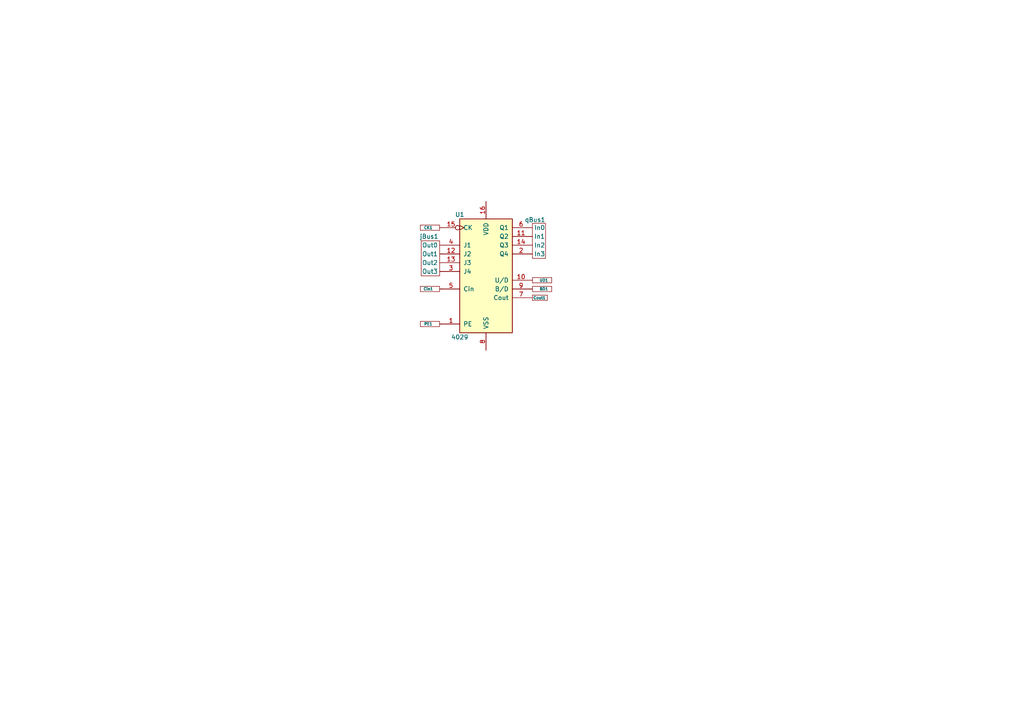
<source format=kicad_sch>
(kicad_sch (version 20230121) (generator eeschema)
  (paper "A4")
  (lib_symbols
    (symbol "4xxx:4029" (pin_names (offset 1.016))
      (property "Reference" "U" (at -7.62 16.51 0))
      (property "Value" "4029" (at -7.62 -19.05 0))
      (symbol "4029_1_0"
        (pin input line (at -12.7 -15.24 0) (length 5.08) (name "PE") (number "1"))
        (pin input line (at 12.7 -2.54 180) (length 5.08) (name "U/D") (number "10"))
        (pin output line (at 12.7 10.16 180) (length 5.08) (name "Q2") (number "11"))
        (pin input line (at -12.7 5.08 0) (length 5.08) (name "J2") (number "12"))
        (pin input line (at -12.7 2.54 0) (length 5.08) (name "J3") (number "13"))
        (pin output line (at 12.7 7.62 180) (length 5.08) (name "Q3") (number "14"))
        (pin input inverted_clock (at -12.7 12.7 0) (length 5.08) (name "CK") (number "15"))
        (pin power_in line (at 0 20.32 270) (length 5.08) (name "VDD") (number "16"))
        (pin output line (at 12.7 5.08 180) (length 5.08) (name "Q4") (number "2"))
        (pin input line (at -12.7 0 0) (length 5.08) (name "J4") (number "3"))
        (pin input line (at -12.7 7.62 0) (length 5.08) (name "J1") (number "4"))
        (pin input line (at -12.7 -5.08 0) (length 5.08) (name "Cin") (number "5"))
        (pin output line (at 12.7 12.7 180) (length 5.08) (name "Q1") (number "6"))
        (pin output line (at 12.7 -7.62 180) (length 5.08) (name "Cout") (number "7"))
        (pin power_in line (at 0 -22.86 90) (length 5.08) (name "VSS") (number "8"))
        (pin input line (at 12.7 -5.08 180) (length 5.08) (name "B/D") (number "9"))
      )
      (symbol "4029_1_1"
        (rectangle (start -7.62 15.24) (end 7.62 -17.78) (stroke (width 0.254)) (fill (type background)))
      )
    )
    (symbol "Tests:InBus4x" (pin_numbers hide)
      (property "Reference" "InBus4x" (at 1.512 6.096 0))
      (symbol "InBus4x_0_1"
        (rectangle (start 0.75 5.08) (end 4.56 -5.08))
      )
      (symbol "InBus4x_1_1"
        (pin input line (at 0 3.81 0) (length 0.75) (name "In0") (number "0"))
        (pin input line (at 0 1.27 0) (length 0.75) (name "In1") (number "1"))
        (pin input line (at 0 -1.27 0) (length 0.75) (name "In2") (number "2"))
        (pin input line (at 0 -3.81 0) (length 0.75) (name "In3") (number "3"))
      )
    )
    (symbol "Tests:InPin" (pin_numbers hide) (pin_names hide)
      (property "Reference" "InPin" (at 2.794 0 0))
      (symbol "InPin_0_1"
        (rectangle (start 0.762 0.762) (end 5.08 -0.762))
      )
      (symbol "InPin_1_1"
        (pin input line (at 0 0 0) (length 0.75) (name "In") (number "1"))
      )
    )
    (symbol "Tests:OutBus4x" (pin_numbers hide)
      (property "Reference" "OutBus4x" (at -1.524 6.096 0))
      (symbol "OutBus4x_0_1"
        (rectangle (start -6.096 5.08) (end -0.75 -5.08))
      )
      (symbol "OutBus4x_1_1"
        (pin output line (at 0 3.81 180) (length 0.75) (name "Out0") (number "0"))
        (pin output line (at 0 1.27 180) (length 0.75) (name "Out1") (number "1"))
        (pin output line (at 0 -1.27 180) (length 0.75) (name "Out2") (number "2"))
        (pin output line (at 0 -3.81 180) (length 0.75) (name "Out3") (number "3"))
      )
    )
    (symbol "Tests:OutPin" (pin_numbers hide) (pin_names hide)
      (property "Reference" "OutPin" (at -4.064 0 0))
      (symbol "OutPin_0_1"
        (rectangle (start -6.35 0.762) (end -0.762 -0.762))
      )
      (symbol "OutPin_1_1"
        (pin output line (at 0 0 180) (length 0.75) (name "Out") (number "1"))
      )
    )
  )
  (symbol (lib_id "Tests:OutPin") (at 128.27 93.98 0) (unit 1)
    (property "Reference" "PE1" (at 124.206 93.98 0) (effects (font (size 0.8 0.8))))
    (property "Value" "OutPin" (effects hide))
  )
  (symbol (lib_id "Tests:InBus4x") (at 153.67 69.85 0) (unit 1)
    (property "Reference" "qBus1" (at 155.182 63.754 0))
    (property "Value" "InBus4x" (effects hide))
  )
  (symbol (lib_id "4xxx:4029") (at 140.97 78.74 0) (unit 1)
    (property "Reference" "U1" (at 133.35 62.23 0))
    (property "Value" "4029" (at 133.35 97.79 0))
    (property "Datasheet" "http://www.intersil.com/content/dam/Intersil/documents/cd40/cd4029bms.pdf" (effects hide))
  )
  (symbol (lib_id "Tests:OutPin") (at 128.27 66.04 0) (unit 1)
    (property "Reference" "CK1" (at 124.206 66.04 0) (effects (font (size 0.8 0.8))))
    (property "Value" "OutPin" (effects hide))
  )
  (symbol (lib_id "Tests:InPin") (at 153.67 86.36 0) (unit 1)
    (property "Reference" "Cout1" (at 156.464 86.36 0) (effects (font (size 0.8 0.8))))
    (property "Value" "InPin" (effects hide))
  )
  (symbol (lib_id "Tests:OutPin") (at 153.67 81.28 0) (mirror y) (unit 1)
    (property "Reference" "UD1" (at 157.734 81.28 0) (effects (font (size 0.8 0.8))))
    (property "Value" "OutPin" (effects hide))
  )
  (symbol (lib_id "Tests:OutPin") (at 153.67 83.82 0) (mirror y) (unit 1)
    (property "Reference" "BD1" (at 157.734 83.82 0) (effects (font (size 0.8 0.8))))
    (property "Value" "OutPin" (effects hide))
  )
  (symbol (lib_id "Tests:OutPin") (at 128.27 83.82 0) (unit 1)
    (property "Reference" "Cin1" (at 124.206 83.82 0) (effects (font (size 0.8 0.8))))
    (property "Value" "OutPin" (effects hide))
  )
  (symbol (lib_id "Tests:OutBus4x") (at 128.27 74.93 0) (unit 1)
    (property "Reference" "jBus1" (at 124.46 68.58 0))
    (property "Value" "OutBus4x" (effects hide))
  )
)
</source>
